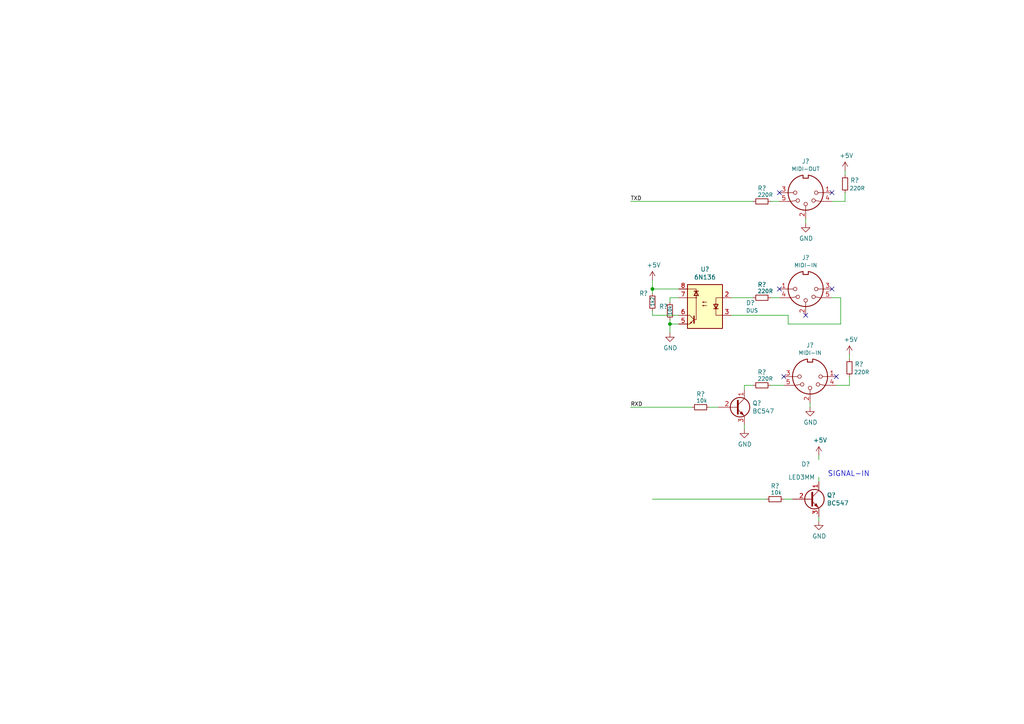
<source format=kicad_sch>
(kicad_sch (version 20211123) (generator eeschema)
  (paper "A4")
  (title_block (date "2018-08-19"))
  (lib_symbols
    (symbol "Connector:DIN-5_180degree" (pin_names (offset 1.016))
      (property "Reference" "J" (at 3.175 5.715 0))
      (property "Value" "DIN-5_180degree" (at 0 -6.35 0))
      (symbol "DIN-5_180degree_0_1"
        (arc (start -5.08 0) (mid -3.8597 -3.3379) (end -0.762 -5.08) (stroke (width 0.254)))
        (circle (center -3.048 0) (radius 0.508))
        (circle (center -2.286 2.286) (radius 0.508))
        (polyline (pts (xy -5.08 0) (xy -3.556 0)))
        (polyline (pts (xy 0 5.08) (xy 0 3.81)))
        (polyline (pts (xy 5.08 0) (xy 3.556 0)))
        (polyline (pts (xy -5.08 2.54) (xy -4.318 2.54) (xy -2.794 2.286)))
        (polyline (pts (xy 5.08 2.54) (xy 4.318 2.54) (xy 2.794 2.286)))
        (polyline (pts (xy -0.762 -4.953) (xy -0.762 -4.191) (xy 0.762 -4.191) (xy 0.762 -4.953)) (stroke (width 0.254)))
        (circle (center 0 3.302) (radius 0.508))
        (arc (start 0.762 -5.08) (mid 3.8673 -3.3444) (end 5.08 0) (stroke (width 0.254)))
        (circle (center 2.286 2.286) (radius 0.508))
        (circle (center 3.048 0) (radius 0.508))
        (arc (start 5.08 0) (mid 0 5.08) (end -5.08 0) (stroke (width 0.254)))
      )
      (symbol "DIN-5_180degree_1_1"
        (pin passive line (at -7.62 0 0) (length 2.54) (name "~") (number "1"))
        (pin passive line (at 0 7.62 270) (length 2.54) (name "~") (number "2"))
        (pin passive line (at 7.62 0 180) (length 2.54) (name "~") (number "3"))
        (pin passive line (at -7.62 2.54 0) (length 2.54) (name "~") (number "4"))
        (pin passive line (at 7.62 2.54 180) (length 2.54) (name "~") (number "5"))
      )
    )
    (symbol "Device:R_Small" (pin_numbers hide) (pin_names (offset 0.254) hide)
      (property "Reference" "R" (at 0.762 0.508 0))
      (property "Value" "R_Small" (at 0.762 -1.016 0))
      (symbol "R_Small_0_1"
        (rectangle (start -0.762 1.778) (end 0.762 -1.778) (stroke (width 0.2032)))
      )
      (symbol "R_Small_1_1"
        (pin passive line (at 0 2.54 270) (length 0.762) (name "~") (number "1"))
        (pin passive line (at 0 -2.54 90) (length 0.762) (name "~") (number "2"))
      )
    )
    (symbol "Isolator:6N136" (pin_names (offset 1.016))
      (property "Reference" "U" (at -5.08 7.62 0))
      (property "Value" "6N136" (at 0 7.62 0))
      (symbol "6N136_0_1"
        (rectangle (start -5.08 6.35) (end 5.08 -6.35) (stroke (width 0.254)) (fill (type background)))
        (polyline (pts (xy -3.81 -0.635) (xy -2.54 -0.635)) (stroke (width 0.254)))
        (polyline (pts (xy 1.905 4.445) (xy 3.175 4.445)) (stroke (width 0.254)))
        (polyline (pts (xy 3.175 -2.794) (xy 3.175 -4.826)) (stroke (width 0.3556)))
        (polyline (pts (xy 3.302 -3.937) (xy 4.445 -5.08)))
        (polyline (pts (xy 3.302 -3.683) (xy 4.445 -2.54)))
        (polyline (pts (xy 5.08 -5.08) (xy 4.445 -5.08)))
        (polyline (pts (xy 5.08 -2.54) (xy 4.445 -2.54)))
        (polyline (pts (xy 5.08 2.54) (xy 2.54 2.54)))
        (polyline (pts (xy -5.08 2.54) (xy -3.175 2.54) (xy -3.175 -2.54) (xy -5.08 -2.54)))
        (polyline (pts (xy -3.175 -0.635) (xy -3.81 0.635) (xy -2.54 0.635) (xy -3.175 -0.635)) (stroke (width 0.254)))
        (polyline (pts (xy 2.54 4.445) (xy 1.905 3.175) (xy 3.175 3.175) (xy 2.54 4.445)) (stroke (width 0.254)))
        (polyline (pts (xy 4.318 -4.953) (xy 4.064 -4.445) (xy 3.81 -4.699) (xy 4.318 -4.953)))
        (polyline (pts (xy 5.08 5.08) (xy 2.54 5.08) (xy 2.54 -3.81) (xy 3.175 -3.81)))
        (polyline (pts (xy -0.508 0.254) (xy 0.762 0.254) (xy 0.381 0.127) (xy 0.381 0.381) (xy 0.762 0.254)))
        (polyline (pts (xy -0.508 1.27) (xy 0.762 1.27) (xy 0.381 1.143) (xy 0.381 1.397) (xy 0.762 1.27)))
        (circle (center 2.54 2.54) (radius 0.127))
      )
      (symbol "6N136_1_1"
        (pin no_connect line (at -5.08 5.08 0) (length 2.54) hide (name "NC") (number "1"))
        (pin passive line (at -7.62 2.54 0) (length 2.54) (name "~") (number "2"))
        (pin passive line (at -7.62 -2.54 0) (length 2.54) (name "~") (number "3"))
        (pin no_connect line (at -5.08 -5.08 0) (length 2.54) hide (name "NC") (number "4"))
        (pin passive line (at 7.62 -5.08 180) (length 2.54) (name "~") (number "5"))
        (pin passive line (at 7.62 -2.54 180) (length 2.54) (name "~") (number "6"))
        (pin passive line (at 7.62 2.54 180) (length 2.54) (name "~") (number "7"))
        (pin passive line (at 7.62 5.08 180) (length 2.54) (name "~") (number "8"))
      )
    )
    (symbol "Transistor_BJT:BC547" (pin_names (offset 0) hide)
      (property "Reference" "Q" (at 5.08 1.905 0))
      (property "Value" "BC547" (at 5.08 0 0))
      (symbol "BC547_0_1"
        (polyline (pts (xy 0 0) (xy 0.635 0)))
        (polyline (pts (xy 0.635 0.635) (xy 2.54 2.54)))
        (polyline (pts (xy 0.635 -0.635) (xy 2.54 -2.54) (xy 2.54 -2.54)))
        (polyline (pts (xy 0.635 1.905) (xy 0.635 -1.905) (xy 0.635 -1.905)) (stroke (width 0.508)))
        (polyline (pts (xy 1.27 -1.778) (xy 1.778 -1.27) (xy 2.286 -2.286) (xy 1.27 -1.778) (xy 1.27 -1.778)) (fill (type outline)))
        (circle (center 1.27 0) (radius 2.8194) (stroke (width 0.254)))
      )
      (symbol "BC547_1_1"
        (pin passive line (at 2.54 5.08 270) (length 2.54) (name "C") (number "1"))
        (pin input line (at -5.08 0 0) (length 5.08) (name "B") (number "2"))
        (pin passive line (at 2.54 -5.08 90) (length 2.54) (name "E") (number "3"))
      )
    )
    (symbol "power:+5V" (power) (pin_names (offset 0))
      (property "Value" "+5V" (at 0 3.556 0))
      (symbol "+5V_0_1"
        (polyline (pts (xy -0.762 1.27) (xy 0 2.54)))
        (polyline (pts (xy 0 0) (xy 0 2.54)))
        (polyline (pts (xy 0 2.54) (xy 0.762 1.27)))
      )
      (symbol "+5V_1_1"
        (pin power_in line (at 0 0 90) (length 0) hide (name "+5V") (number "1"))
      )
    )
    (symbol "power:GND" (power) (pin_names (offset 0))
      (property "Value" "GND" (at 0 -3.81 0))
      (symbol "GND_0_1"
        (polyline (pts (xy 0 0) (xy 0 -1.27) (xy 1.27 -1.27) (xy 0 -2.54) (xy -1.27 -1.27) (xy 0 -1.27)))
      )
      (symbol "GND_1_1"
        (pin power_in line (at 0 0 270) (length 0) hide (name "GND") (number "1"))
      )
    )
  )
  (junction (at 189.23 83.82))
  (junction (at 194.31 93.98))
  (no_connect (at 241.3 55.88))
  (no_connect (at 233.68 91.44))
  (no_connect (at 226.06 55.88))
  (no_connect (at 227.33 109.22))
  (no_connect (at 241.3 83.82))
  (no_connect (at 242.57 109.22))
  (no_connect (at 226.06 83.82))
  (wire (pts (xy 212.09 86.36) (xy 218.44 86.36)))
  (wire (pts (xy 189.23 81.28) (xy 189.23 83.82)))
  (wire (pts (xy 182.88 118.11) (xy 200.66 118.11)))
  (wire (pts (xy 223.52 111.76) (xy 227.33 111.76)))
  (wire (pts (xy 234.95 118.11) (xy 234.95 116.84)))
  (wire (pts (xy 245.11 55.88) (xy 245.11 58.42)))
  (wire (pts (xy 196.85 86.36) (xy 194.31 86.36)))
  (wire (pts (xy 189.23 90.17) (xy 189.23 91.44)))
  (wire (pts (xy 194.31 96.52) (xy 194.31 93.98)))
  (wire (pts (xy 205.74 118.11) (xy 208.28 118.11)))
  (wire (pts (xy 228.6 93.98) (xy 243.84 93.98)))
  (wire (pts (xy 237.49 149.86) (xy 237.49 151.13)))
  (wire (pts (xy 242.57 111.76) (xy 246.38 111.76)))
  (wire (pts (xy 194.31 86.36) (xy 194.31 87.63)))
  (wire (pts (xy 194.31 92.71) (xy 194.31 93.98)))
  (wire (pts (xy 194.31 93.98) (xy 196.85 93.98)))
  (wire (pts (xy 223.52 86.36) (xy 226.06 86.36)))
  (wire (pts (xy 189.23 85.09) (xy 189.23 83.82)))
  (wire (pts (xy 196.85 91.44) (xy 189.23 91.44)))
  (wire (pts (xy 243.84 86.36) (xy 241.3 86.36)))
  (wire (pts (xy 243.84 93.98) (xy 243.84 86.36)))
  (wire (pts (xy 189.23 144.78) (xy 222.25 144.78)))
  (wire (pts (xy 223.52 58.42) (xy 226.06 58.42)))
  (wire (pts (xy 245.11 58.42) (xy 241.3 58.42)))
  (wire (pts (xy 215.9 123.19) (xy 215.9 124.46)))
  (wire (pts (xy 215.9 113.03) (xy 215.9 111.76)))
  (wire (pts (xy 189.23 83.82) (xy 196.85 83.82)))
  (wire (pts (xy 245.11 49.53) (xy 245.11 50.8)))
  (wire (pts (xy 246.38 111.76) (xy 246.38 109.22)))
  (wire (pts (xy 237.49 132.08) (xy 237.49 133.35)))
  (wire (pts (xy 237.49 138.43) (xy 237.49 139.7)))
  (wire (pts (xy 246.38 102.87) (xy 246.38 104.14)))
  (wire (pts (xy 215.9 111.76) (xy 218.44 111.76)))
  (wire (pts (xy 233.68 64.77) (xy 233.68 63.5)))
  (wire (pts (xy 227.33 144.78) (xy 229.87 144.78)))
  (wire (pts (xy 212.09 91.44) (xy 228.6 91.44)))
  (wire (pts (xy 228.6 91.44) (xy 228.6 93.98)))
  (wire (pts (xy 182.88 58.42) (xy 218.44 58.42)))
  (text "SIGNAL-IN" (at 240.03 138.43 0) (effects (font (size 1.524 1.524)) (justify left bottom)))
  (label "TXD" (at 182.88 58.42 0) (effects (font (size 1.1176 1.1176))))
  (label "RXD" (at 182.88 118.11 0) (effects (font (size 1.1176 1.1176))))
  (symbol (lib_id "Device:R_Small") (at 245.11 53.34 0) (unit 1)
    (property "Reference" "R?" (at 246.6086 52.2986 0) (effects (justify left)))
    (property "Value" "220R" (at 246.38 54.61 0) (effects (font (size 1.1176 1.1176)) (justify left)))
  )
  (symbol (lib_id "Connector:DIN-5_180degree") (at 233.68 83.82 0) (mirror x) (unit 1)
    (property "Reference" "J?" (at 233.68 74.7268 0))
    (property "Value" "MIDI-IN" (at 233.68 76.9366 0) (effects (font (size 1.1176 1.1176))))
    (property "Datasheet" "http://www.mouser.com/ds/2/18/40_c091_abd_e-75918.pdf" (effects hide))
  )
  (symbol (lib_id "power:GND") (at 233.68 64.77 0) (unit 1)
    (property "Reference" "#PWR?" (effects hide))
    (property "Value" "GND" (at 233.807 69.1642 0))
  )
  (symbol (lib_id "power:GND") (at 194.31 96.52 0) (unit 1)
    (property "Reference" "#PWR?" (effects hide))
    (property "Value" "GND" (at 194.437 100.9142 0))
  )
  (symbol (lib_id "power:GND") (at 234.95 118.11 0) (unit 1)
    (property "Reference" "#PWR?" (effects hide))
    (property "Value" "GND" (at 235.077 122.5042 0))
  )
  (symbol (lib_id "power:GND") (at 215.9 124.46 0) (unit 1)
    (property "Reference" "#PWR?" (effects hide))
    (property "Value" "GND" (at 216.027 128.8542 0))
  )
  (symbol (lib_id "power:GND") (at 237.49 151.13 0) (unit 1)
    (property "Reference" "#PWR?" (effects hide))
    (property "Value" "GND" (at 237.617 155.5242 0))
  )
  (symbol (lib_id "power:+5V") (at 189.23 81.28 0) (unit 1)
    (property "Reference" "#PWR?" (effects hide))
    (property "Value" "+5V" (at 189.611 76.8858 0))
  )
  (symbol (lib_id "power:+5V") (at 246.38 102.87 0) (unit 1)
    (property "Reference" "#PWR?" (effects hide))
    (property "Value" "+5V" (at 246.761 98.4758 0))
  )
  (symbol (lib_id "power:+5V") (at 237.49 132.08 0) (unit 1)
    (property "Reference" "#PWR?" (effects hide))
    (property "Value" "+5V" (at 237.871 127.6858 0))
  )
  (symbol (lib_id "power:+5V") (at 245.11 49.53 0) (unit 1)
    (property "Reference" "#PWR?" (effects hide))
    (property "Value" "+5V" (at 245.491 45.1358 0))
  )
  (symbol (lib_id "Device:D_Small_ALT") (at 214.63 88.9 270) (unit 1)
    (property "Reference" "D?" (at 216.3572 87.8586 90) (effects (justify left)))
    (property "Value" "DUS" (at 216.3572 90.0684 90) (effects (font (size 1.1176 1.1176)) (justify left)))
  )
  (symbol (lib_id "Device:R_Small") (at 220.98 111.76 270) (unit 1)
    (property "Reference" "R?" (at 219.71 107.95 90) (effects (justify left)))
    (property "Value" "220R" (at 219.71 109.855 90) (effects (font (size 1.1176 1.1176)) (justify left)))
  )
  (symbol (lib_id "Device:R_Small") (at 203.2 118.11 270) (unit 1)
    (property "Reference" "R?" (at 201.93 114.3 90) (effects (justify left)))
    (property "Value" "10k" (at 201.93 116.205 90) (effects (font (size 1.1176 1.1176)) (justify left)))
  )
  (symbol (lib_id "Isolator:6N136") (at 204.47 88.9 0) (mirror y) (unit 1)
    (property "Reference" "U?" (at 204.47 78.105 0))
    (property "Value" "6N136" (at 204.47 80.4164 0))
    (property "Footprint" "Package_DIP:DIP-8_W7.62mm" (effects hide))
    (property "Datasheet" "https://optoelectronics.liteon.com/upload/download/DS70-2008-0032/6N135-L%206N136-L%20series.pdf" (effects hide))
  )
  (symbol (lib_id "Device:R_Small") (at 224.79 144.78 270) (unit 1)
    (property "Reference" "R?" (at 223.52 140.97 90) (effects (justify left)))
    (property "Value" "10k" (at 223.52 142.875 90) (effects (font (size 1.1176 1.1176)) (justify left)))
  )
  (symbol (lib_id "Transistor_BJT:BC547") (at 213.36 118.11 0) (unit 1)
    (property "Reference" "Q?" (at 218.2114 116.9416 0) (effects (justify left)))
    (property "Value" "BC547" (at 218.2114 119.253 0) (effects (justify left)))
    (property "Footprint" "Package_TO_SOT_THT:TO-92_Inline" (effects hide))
    (property "Datasheet" "http://www.fairchildsemi.com/ds/BC/BC547.pdf" (effects hide))
  )
  (symbol (lib_id "Transistor_BJT:BC547") (at 234.95 144.78 0) (unit 1)
    (property "Reference" "Q?" (at 239.8014 143.6116 0) (effects (justify left)))
    (property "Value" "BC547" (at 239.8014 145.923 0) (effects (justify left)))
    (property "Footprint" "Package_TO_SOT_THT:TO-92_Inline" (effects hide))
    (property "Datasheet" "http://www.fairchildsemi.com/ds/BC/BC547.pdf" (effects hide))
  )
  (symbol (lib_id "Device:LED_Small_ALT") (at 237.49 135.89 90) (unit 1)
    (property "Reference" "D?" (at 232.41 134.62 90) (effects (justify right)))
    (property "Value" "LED3MM" (at 228.6 138.43 90) (effects (justify right)))
  )
  (symbol (lib_id "Connector:DIN-5_180degree") (at 234.95 109.22 180) (unit 1)
    (property "Reference" "J?" (at 234.95 100.1268 0))
    (property "Value" "MIDI-IN" (at 234.95 102.3366 0) (effects (font (size 1.1176 1.1176))))
    (property "Datasheet" "http://www.mouser.com/ds/2/18/40_c091_abd_e-75918.pdf" (effects hide))
  )
  (symbol (lib_id "Device:R_Small") (at 246.38 106.68 0) (unit 1)
    (property "Reference" "R?" (at 247.8786 105.6386 0) (effects (justify left)))
    (property "Value" "220R" (at 247.65 107.95 0) (effects (font (size 1.1176 1.1176)) (justify left)))
  )
  (symbol (lib_id "Device:R_Small") (at 220.98 86.36 270) (unit 1)
    (property "Reference" "R?" (at 219.71 82.55 90) (effects (justify left)))
    (property "Value" "220R" (at 219.71 84.455 90) (effects (font (size 1.1176 1.1176)) (justify left)))
  )
  (symbol (lib_id "Device:R_Small") (at 194.31 90.17 0) (unit 1)
    (property "Reference" "R?" (at 191.135 88.9 0) (effects (justify left)))
    (property "Value" "10k" (at 194.31 91.44 90) (effects (font (size 0.9906 0.9906)) (justify left)))
  )
  (symbol (lib_id "Device:R_Small") (at 220.98 58.42 270) (unit 1)
    (property "Reference" "R?" (at 219.71 54.61 90) (effects (justify left)))
    (property "Value" "220R" (at 219.71 56.515 90) (effects (font (size 1.1176 1.1176)) (justify left)))
  )
  (symbol (lib_id "Device:R_Small") (at 189.23 87.63 0) (mirror y) (unit 1)
    (property "Reference" "R?" (at 187.96 85.09 0) (effects (justify left)))
    (property "Value" "1k2" (at 189.23 88.9 90) (effects (font (size 0.9906 0.9906)) (justify left)))
  )
  (symbol (lib_id "Connector:DIN-5_180degree") (at 233.68 55.88 180) (unit 1)
    (property "Reference" "J?" (at 233.68 46.7868 0))
    (property "Value" "MIDI-OUT" (at 233.68 48.9966 0) (effects (font (size 1.1176 1.1176))))
    (property "Datasheet" "http://www.mouser.com/ds/2/18/40_c091_abd_e-75918.pdf" (effects hide))
  )
)
</source>
